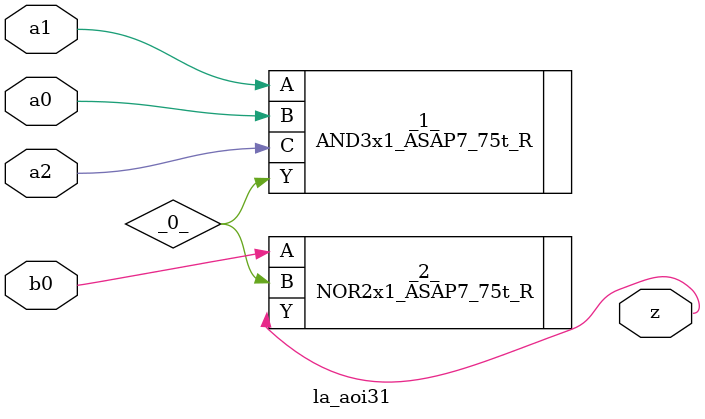
<source format=v>

/* Generated by Yosys 0.44 (git sha1 80ba43d26, g++ 11.4.0-1ubuntu1~22.04 -fPIC -O3) */

(* top =  1  *)
(* src = "inputs/la_aoi31.v:10.1-22.10" *)
module la_aoi31 (
    a0,
    a1,
    a2,
    b0,
    z
);
  wire _0_;
  (* src = "inputs/la_aoi31.v:13.12-13.14" *)
  input a0;
  wire a0;
  (* src = "inputs/la_aoi31.v:14.12-14.14" *)
  input a1;
  wire a1;
  (* src = "inputs/la_aoi31.v:15.12-15.14" *)
  input a2;
  wire a2;
  (* src = "inputs/la_aoi31.v:16.12-16.14" *)
  input b0;
  wire b0;
  (* src = "inputs/la_aoi31.v:17.12-17.13" *)
  output z;
  wire z;
  AND3x1_ASAP7_75t_R _1_ (
      .A(a1),
      .B(a0),
      .C(a2),
      .Y(_0_)
  );
  NOR2x1_ASAP7_75t_R _2_ (
      .A(b0),
      .B(_0_),
      .Y(z)
  );
endmodule

</source>
